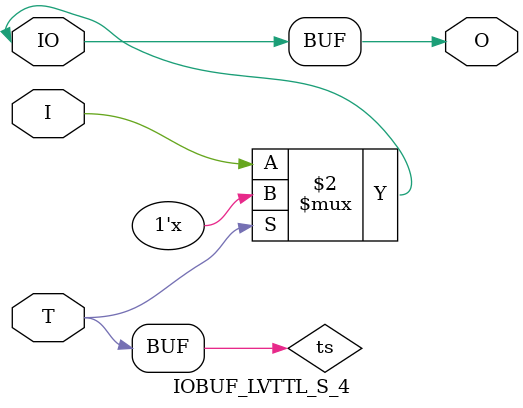
<source format=v>

/*

FUNCTION    : INPUT TRI-STATE OUTPUT BUFFER

*/

`celldefine
`timescale  100 ps / 10 ps

module IOBUF_LVTTL_S_4 (O, IO, I, T);

    output O;

    inout  IO;

    input  I, T;

    or O1 (ts, 1'b0, T);
    bufif0 T1 (IO, I, ts);

    buf B1 (O, IO);

endmodule

</source>
